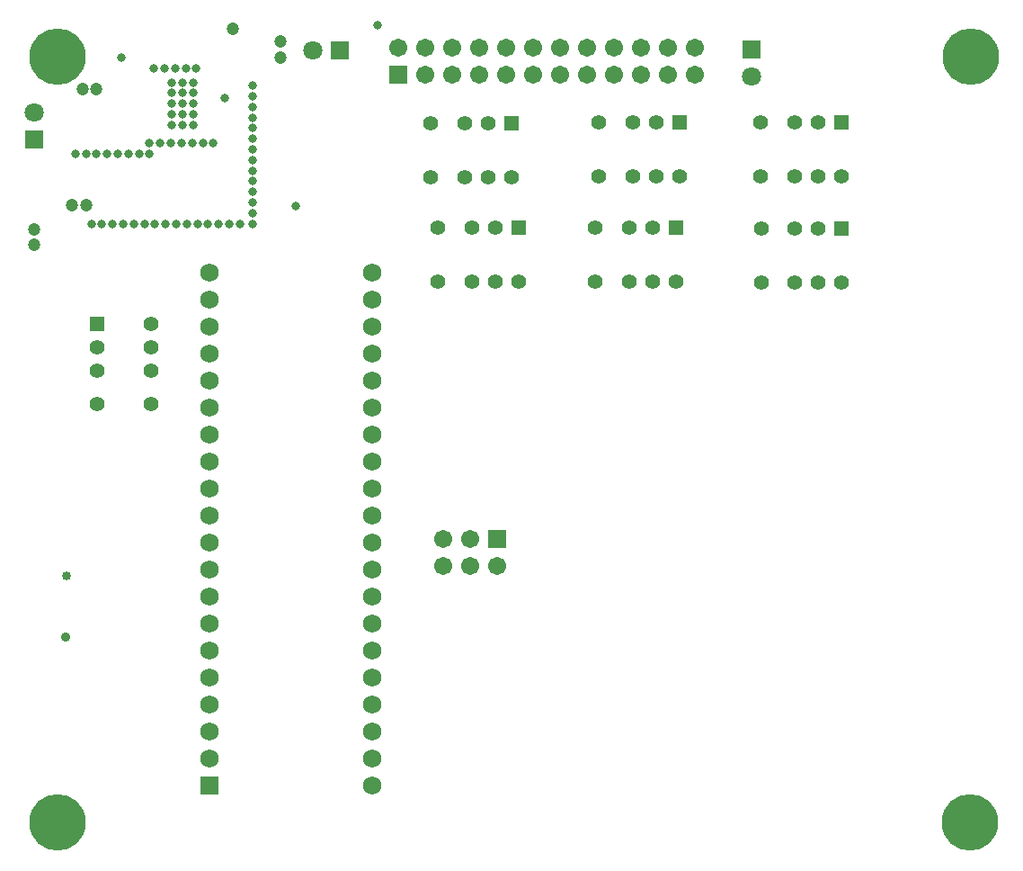
<source format=gbs>
G04*
G04 #@! TF.GenerationSoftware,Altium Limited,Altium Designer,20.2.7 (254)*
G04*
G04 Layer_Color=16711935*
%FSLAX44Y44*%
%MOMM*%
G71*
G04*
G04 #@! TF.SameCoordinates,7D6B4F49-DC3A-4529-8959-06C9B6854153*
G04*
G04*
G04 #@! TF.FilePolarity,Negative*
G04*
G01*
G75*
%ADD83C,0.9032*%
%ADD84C,0.8532*%
%ADD85C,5.3032*%
%ADD86C,1.4032*%
%ADD87R,1.4032X1.4032*%
%ADD88R,1.4032X1.4032*%
%ADD89C,1.7032*%
%ADD90R,1.7032X1.7032*%
%ADD91R,1.8032X1.8032*%
%ADD92C,1.8032*%
%ADD93R,1.8032X1.8032*%
%ADD94R,1.7272X1.7272*%
%ADD95C,1.7272*%
%ADD96C,1.2032*%
%ADD97C,0.8032*%
D83*
X48100Y213900D02*
D03*
D84*
X48300Y271700D02*
D03*
D85*
X40040Y759940D02*
D03*
Y39960D02*
D03*
X900000Y39980D02*
D03*
X900030Y759940D02*
D03*
D86*
X549871Y647508D02*
D03*
X581871D02*
D03*
X603871D02*
D03*
X625871D02*
D03*
X549871Y698308D02*
D03*
X581871D02*
D03*
X603871D02*
D03*
X391871Y646509D02*
D03*
X423871D02*
D03*
X445871D02*
D03*
X467871D02*
D03*
X391871Y697309D02*
D03*
X423871D02*
D03*
X445871D02*
D03*
X702871Y547509D02*
D03*
X734871D02*
D03*
X756871D02*
D03*
X778871D02*
D03*
X702871Y598309D02*
D03*
X734871D02*
D03*
X756871D02*
D03*
X546871Y548509D02*
D03*
X578871D02*
D03*
X600871D02*
D03*
X622871D02*
D03*
X546871Y599309D02*
D03*
X578871D02*
D03*
X600871D02*
D03*
X702644Y647468D02*
D03*
X734644D02*
D03*
X756644D02*
D03*
X778644D02*
D03*
X702644Y698268D02*
D03*
X734644D02*
D03*
X756644D02*
D03*
X398644Y548468D02*
D03*
X430644D02*
D03*
X452644D02*
D03*
X474644D02*
D03*
X398644Y599268D02*
D03*
X430644D02*
D03*
X452644D02*
D03*
X128100Y432940D02*
D03*
Y464940D02*
D03*
Y486940D02*
D03*
Y508940D02*
D03*
X77300Y432940D02*
D03*
Y464940D02*
D03*
Y486940D02*
D03*
D87*
X625871Y698308D02*
D03*
X467871Y697309D02*
D03*
X778871Y598309D02*
D03*
X622871Y599309D02*
D03*
X778644Y698268D02*
D03*
X474644Y599268D02*
D03*
D88*
X77300Y508940D02*
D03*
D89*
X640270Y768310D02*
D03*
X614870D02*
D03*
X640270Y742910D02*
D03*
X614870D02*
D03*
X360870Y768310D02*
D03*
X386270D02*
D03*
X411670D02*
D03*
X437070D02*
D03*
X462470D02*
D03*
X487870D02*
D03*
X513270D02*
D03*
X538670D02*
D03*
X564070D02*
D03*
X589470D02*
D03*
Y742910D02*
D03*
X564070D02*
D03*
X538670D02*
D03*
X513270D02*
D03*
X487870D02*
D03*
X462470D02*
D03*
X437070D02*
D03*
X411670D02*
D03*
X386270D02*
D03*
X403120Y281010D02*
D03*
Y306410D02*
D03*
X428520Y281010D02*
D03*
Y306410D02*
D03*
X453920Y281010D02*
D03*
D90*
X360870Y742910D02*
D03*
X453920Y306410D02*
D03*
D91*
X305660Y766310D02*
D03*
D92*
X280260D02*
D03*
X694160Y741300D02*
D03*
X18000Y707700D02*
D03*
D93*
X694160Y766700D02*
D03*
X18000Y682300D02*
D03*
D94*
X183220Y74340D02*
D03*
D95*
X183620Y99740D02*
D03*
Y125140D02*
D03*
Y150540D02*
D03*
Y175940D02*
D03*
Y201340D02*
D03*
Y226740D02*
D03*
Y252140D02*
D03*
Y277540D02*
D03*
Y302940D02*
D03*
X183220Y328340D02*
D03*
Y353740D02*
D03*
Y379140D02*
D03*
Y404540D02*
D03*
Y429940D02*
D03*
Y455340D02*
D03*
Y480740D02*
D03*
Y506140D02*
D03*
Y531540D02*
D03*
Y556940D02*
D03*
X336520Y74340D02*
D03*
X336920Y99740D02*
D03*
Y125140D02*
D03*
Y150540D02*
D03*
Y175940D02*
D03*
Y201340D02*
D03*
Y226740D02*
D03*
Y252140D02*
D03*
Y277540D02*
D03*
Y302940D02*
D03*
X336520Y328340D02*
D03*
Y353740D02*
D03*
Y379140D02*
D03*
Y404540D02*
D03*
Y429940D02*
D03*
Y455340D02*
D03*
Y480740D02*
D03*
Y506140D02*
D03*
Y531540D02*
D03*
Y556940D02*
D03*
D96*
X250000Y759000D02*
D03*
Y774500D02*
D03*
X205000Y786000D02*
D03*
X54000Y620050D02*
D03*
X67000D02*
D03*
X77000Y730000D02*
D03*
X64000D02*
D03*
X18000Y583000D02*
D03*
Y598000D02*
D03*
D97*
X342000Y790000D02*
D03*
X265000Y620000D02*
D03*
X224000Y613000D02*
D03*
Y623000D02*
D03*
X182000Y603000D02*
D03*
X122000D02*
D03*
X212000D02*
D03*
X162000D02*
D03*
X112000D02*
D03*
X132000D02*
D03*
X192000D02*
D03*
X142000D02*
D03*
X224000Y603000D02*
D03*
X82000Y603000D02*
D03*
X202000D02*
D03*
X102000D02*
D03*
X152000D02*
D03*
X92000D02*
D03*
X72000D02*
D03*
X172000D02*
D03*
X224000Y653000D02*
D03*
Y643000D02*
D03*
Y633000D02*
D03*
Y683000D02*
D03*
Y673000D02*
D03*
Y663000D02*
D03*
Y693000D02*
D03*
Y703000D02*
D03*
Y713000D02*
D03*
Y723000D02*
D03*
Y733000D02*
D03*
X197988Y721000D02*
D03*
X100000Y759000D02*
D03*
X148000Y696000D02*
D03*
Y706000D02*
D03*
X168000Y696000D02*
D03*
Y706000D02*
D03*
Y726000D02*
D03*
Y736000D02*
D03*
X148000D02*
D03*
Y726000D02*
D03*
Y716000D02*
D03*
X168000D02*
D03*
X158000Y696000D02*
D03*
Y706000D02*
D03*
Y736000D02*
D03*
Y726000D02*
D03*
Y716000D02*
D03*
X171000Y749000D02*
D03*
X161000D02*
D03*
X151000D02*
D03*
X141000D02*
D03*
X131000D02*
D03*
X187000Y679000D02*
D03*
X177000D02*
D03*
X167000D02*
D03*
X157000D02*
D03*
X147000D02*
D03*
X137000D02*
D03*
X127000D02*
D03*
Y669000D02*
D03*
X117000D02*
D03*
X107000D02*
D03*
X97000D02*
D03*
X87000D02*
D03*
X77000D02*
D03*
X67000D02*
D03*
X57000D02*
D03*
M02*

</source>
